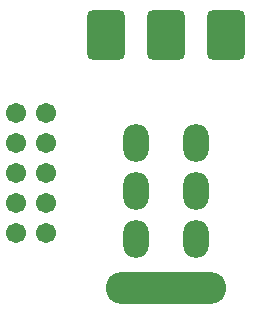
<source format=gts>
G04*
G04 #@! TF.GenerationSoftware,Altium Limited,Altium Designer,18.1.7 (191)*
G04*
G04 Layer_Color=8388736*
%FSLAX24Y24*%
%MOIN*%
G70*
G01*
G75*
G04:AMPARAMS|DCode=10|XSize=126.1mil|YSize=165.5mil|CornerRadius=18.8mil|HoleSize=0mil|Usage=FLASHONLY|Rotation=0.000|XOffset=0mil|YOffset=0mil|HoleType=Round|Shape=RoundedRectangle|*
%AMROUNDEDRECTD10*
21,1,0.1261,0.1280,0,0,0.0*
21,1,0.0886,0.1655,0,0,0.0*
1,1,0.0375,0.0443,-0.0640*
1,1,0.0375,-0.0443,-0.0640*
1,1,0.0375,-0.0443,0.0640*
1,1,0.0375,0.0443,0.0640*
%
%ADD10ROUNDEDRECTD10*%
%ADD11O,0.0867X0.1261*%
%ADD12O,0.4017X0.1064*%
%ADD13C,0.0671*%
D10*
X3800Y9600D02*
D03*
X5800D02*
D03*
X7800D02*
D03*
D11*
X4800Y6000D02*
D03*
X6800D02*
D03*
Y4400D02*
D03*
X4800D02*
D03*
Y2800D02*
D03*
X6800D02*
D03*
D12*
X5800Y1189D02*
D03*
D13*
X800Y3000D02*
D03*
Y4000D02*
D03*
Y5000D02*
D03*
Y6000D02*
D03*
Y7000D02*
D03*
X1800D02*
D03*
Y6000D02*
D03*
Y5000D02*
D03*
Y4000D02*
D03*
Y3000D02*
D03*
M02*

</source>
